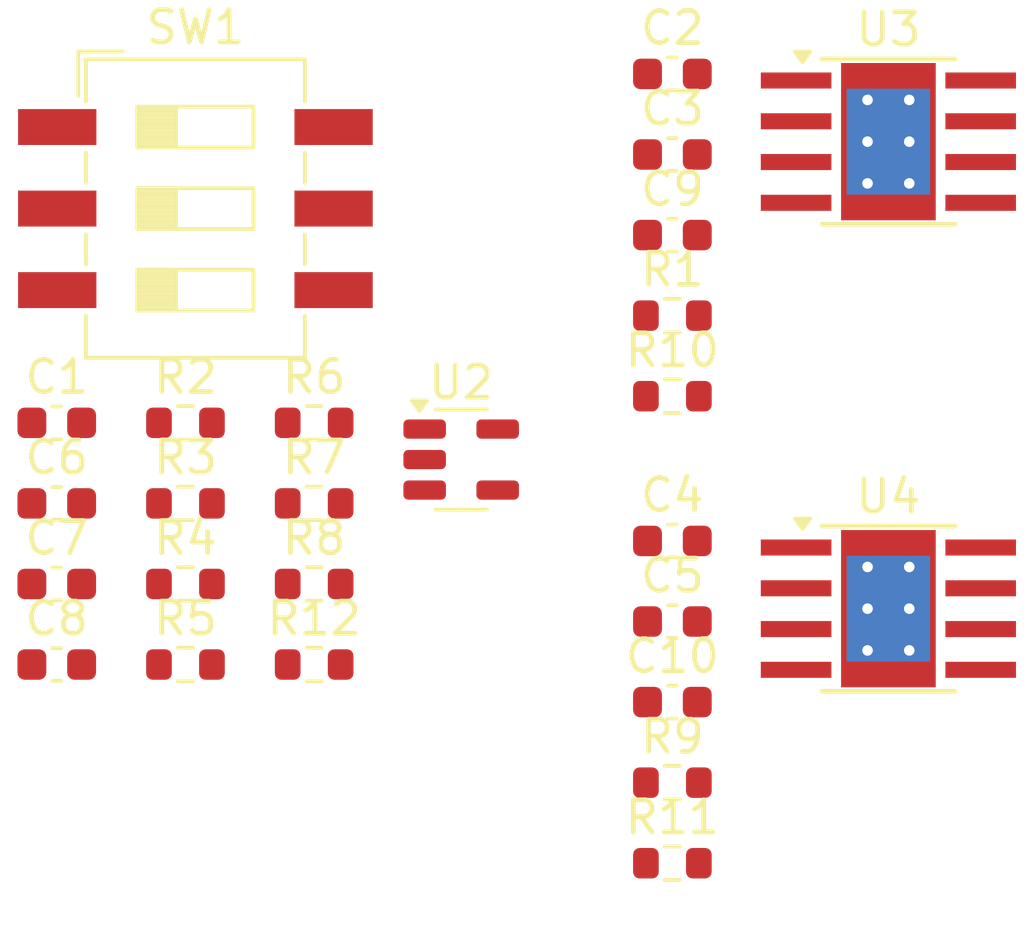
<source format=kicad_pcb>
(kicad_pcb (version 20240108) (generator "pcbnew") (generator_version "8.0")
  (layers (0 "F.Cu" signal) (31 "B.Cu" signal) (34 "B.Paste" user) (35 "F.Paste" user) (36 "B.SilkS" user "B.Silkscreen") (37 "F.SilkS" user "F.Silkscreen") (38 "B.Mask" user) (39 "F.Mask" user) (44 "Edge.Cuts" user))
  (net 0 "")
  (net 1 "Net-(R6-Pad2)")
  (net 2 "3.3V")
  (net 3 "Net-(R7-Pad2)")
  (net 4 "Net-(U1-GPIO12)")
  (net 5 "Net-(D1-A)")
  (net 6 "Net-(Q3-B)")
  (net 7 "/DC_motor_ctrl/Motor_Ctrl_B")
  (net 8 "Net-(Q1-B)")
  (net 9 "Net-(Q4-B)")
  (net 10 "/DC_motor_ctrl1/Motor_Ctrl_B")
  (net 11 "Net-(Q2-B)")
  (net 12 "Net-(U1-GPIO15)")
  (net 13 "Net-(U1-GPIO13)")
  (net 14 "Net-(R4-Pad2)")
  (net 15 "Net-(R5-Pad2)")
  (net 16 "GND")
  (net 19 "VDD")
  (net 20 "/DC_motor_ctrl1/Motor_P")
  (net 21 "/DC_motor_ctrl1/Motor_N")
  (net 23 "Net-(Q4-E)")
  (net 24 "Net-(Q2-E)")
  (net 25 "/DC_motor_ctrl/Motor_P")
  (net 26 "Net-(Q1-E)")
  (net 27 "/DC_motor_ctrl/Motor_N")
  (net 29 "Net-(Q3-E)")
  (net 31 "Net-(J1-Pin_1)")
  (net 32 "Net-(J1-Pin_2)")
  (footprint "Button_Switch_SMD:SW_DIP_SPSTx03_Slide_6.7x9.18mm_W8.61mm_P2.54mm_LowProfile" (layer "F.Cu") (at 137.135 68.99)
    (property "Reference" "SW1" (at 0 -5.65 0) (layer "F.SilkS"))
    (property "Value" "ON/OFF Switch")
    (fp_line (start -3.65 -4.89) (end -3.65 -3.507) (stroke (width 0.12)) (layer "F.SilkS"))
    (fp_line (start -3.65 -4.89) (end -2.267 -4.89) (stroke (width 0.12)) (layer "F.SilkS"))
    (fp_line (start -3.41 -4.65) (end -3.41 -3.34) (stroke (width 0.12)) (layer "F.SilkS"))
    (fp_line (start -3.41 -4.65) (end 3.41 -4.65) (stroke (width 0.12)) (layer "F.SilkS"))
    (fp_line (start -3.41 -1.74) (end -3.41 -0.8) (stroke (width 0.12)) (layer "F.SilkS"))
    (fp_line (start -3.41 0.8) (end -3.41 1.74) (stroke (width 0.12)) (layer "F.SilkS"))
    (fp_line (start -3.41 3.34) (end -3.41 4.65) (stroke (width 0.12)) (layer "F.SilkS"))
    (fp_line (start -3.41 4.65) (end 3.41 4.65) (stroke (width 0.12)) (layer "F.SilkS"))
    (fp_line (start -1.81 -3.175) (end -1.81 -1.905) (stroke (width 0.12)) (layer "F.SilkS"))
    (fp_line (start -1.81 -3.055) (end -0.603333 -3.055) (stroke (width 0.12)) (layer "F.SilkS"))
    (fp_line (start -1.81 -2.935) (end -0.603333 -2.935) (stroke (width 0.12)) (layer "F.SilkS"))
    (fp_line (start -1.81 -2.815) (end -0.603333 -2.815) (stroke (width 0.12)) (layer "F.SilkS"))
    (fp_line (start -1.81 -2.695) (end -0.603333 -2.695) (stroke (width 0.12)) (layer "F.SilkS"))
    (fp_line (start -1.81 -2.575) (end -0.603333 -2.575) (stroke (width 0.12)) (layer "F.SilkS"))
    (fp_line (start -1.81 -2.455) (end -0.603333 -2.455) (stroke (width 0.12)) (layer "F.SilkS"))
    (fp_line (start -1.81 -2.335) (end -0.603333 -2.335) (stroke (width 0.12)) (layer "F.SilkS"))
    (fp_line (start -1.81 -2.215) (end -0.603333 -2.215) (stroke (width 0.12)) (layer "F.SilkS"))
    (fp_line (start -1.81 -2.095) (end -0.603333 -2.095) (stroke (width 0.12)) (layer "F.SilkS"))
    (fp_line (start -1.81 -1.975) (end -0.603333 -1.975) (stroke (width 0.12)) (layer "F.SilkS"))
    (fp_line (start -1.81 -1.905) (end 1.81 -1.905) (stroke (width 0.12)) (layer "F.SilkS"))
    (fp_line (start -1.81 -0.635) (end -1.81 0.635) (stroke (width 0.12)) (layer "F.SilkS"))
    (fp_line (start -1.81 -0.515) (end -0.603333 -0.515) (stroke (width 0.12)) (layer "F.SilkS"))
    (fp_line (start -1.81 -0.395) (end -0.603333 -0.395) (stroke (width 0.12)) (layer "F.SilkS"))
    (fp_line (start -1.81 -0.275) (end -0.603333 -0.275) (stroke (width 0.12)) (layer "F.SilkS"))
    (fp_line (start -1.81 -0.155) (end -0.603333 -0.155) (stroke (width 0.12)) (layer "F.SilkS"))
    (fp_line (start -1.81 -0.035) (end -0.603333 -0.035) (stroke (width 0.12)) (layer "F.SilkS"))
    (fp_line (start -1.81 0.085) (end -0.603333 0.085) (stroke (width 0.12)) (layer "F.SilkS"))
    (fp_line (start -1.81 0.205) (end -0.603333 0.205) (stroke (width 0.12)) (layer "F.SilkS"))
    (fp_line (start -1.81 0.325) (end -0.603333 0.325) (stroke (width 0.12)) (layer "F.SilkS"))
    (fp_line (start -1.81 0.445) (end -0.603333 0.445) (stroke (width 0.12)) (layer "F.SilkS"))
    (fp_line (start -1.81 0.565) (end -0.603333 0.565) (stroke (width 0.12)) (layer "F.SilkS"))
    (fp_line (start -1.81 0.635) (end 1.81 0.635) (stroke (width 0.12)) (layer "F.SilkS"))
    (fp_line (start -1.81 1.905) (end -1.81 3.175) (stroke (width 0.12)) (layer "F.SilkS"))
    (fp_line (start -1.81 2.025) (end -0.603333 2.025) (stroke (width 0.12)) (layer "F.SilkS"))
    (fp_line (start -1.81 2.145) (end -0.603333 2.145) (stroke (width 0.12)) (layer "F.SilkS"))
    (fp_line (start -1.81 2.265) (end -0.603333 2.265) (stroke (width 0.12)) (layer "F.SilkS"))
    (fp_line (start -1.81 2.385) (end -0.603333 2.385) (stroke (width 0.12)) (layer "F.SilkS"))
    (fp_line (start -1.81 2.505) (end -0.603333 2.505) (stroke (width 0.12)) (layer "F.SilkS"))
    (fp_line (start -1.81 2.625) (end -0.603333 2.625) (stroke (width 0.12)) (layer "F.SilkS"))
    (fp_line (start -1.81 2.745) (end -0.603333 2.745) (stroke (width 0.12)) (layer "F.SilkS"))
    (fp_line (start -1.81 2.865) (end -0.603333 2.865) (stroke (width 0.12)) (layer "F.SilkS"))
    (fp_line (start -1.81 2.985) (end -0.603333 2.985) (stroke (width 0.12)) (layer "F.SilkS"))
    (fp_line (start -1.81 3.105) (end -0.603333 3.105) (stroke (width 0.12)) (layer "F.SilkS"))
    (fp_line (start -1.81 3.175) (end 1.81 3.175) (stroke (width 0.12)) (layer "F.SilkS"))
    (fp_line (start -0.603333 -3.175) (end -0.603333 -1.905) (stroke (width 0.12)) (layer "F.SilkS"))
    (fp_line (start -0.603333 -0.635) (end -0.603333 0.635) (stroke (width 0.12)) (layer "F.SilkS"))
    (fp_line (start -0.603333 1.905) (end -0.603333 3.175) (stroke (width 0.12)) (layer "F.SilkS"))
    (fp_line (start 1.81 -3.175) (end -1.81 -3.175) (stroke (width 0.12)) (layer "F.SilkS"))
    (fp_line (start 1.81 -1.905) (end 1.81 -3.175) (stroke (width 0.12)) (layer "F.SilkS"))
    (fp_line (start 1.81 -0.635) (end -1.81 -0.635) (stroke (width 0.12)) (layer "F.SilkS"))
    (fp_line (start 1.81 0.635) (end 1.81 -0.635) (stroke (width 0.12)) (layer "F.SilkS"))
    (fp_line (start 1.81 1.905) (end -1.81 1.905) (stroke (width 0.12)) (layer "F.SilkS"))
    (fp_line (start 1.81 3.175) (end 1.81 1.905) (stroke (width 0.12)) (layer "F.SilkS"))
    (fp_line (start 3.41 -4.65) (end 3.41 -3.34) (stroke (width 0.12)) (layer "F.SilkS"))
    (fp_line (start 3.41 -1.74) (end 3.41 -0.8) (stroke (width 0.12)) (layer "F.SilkS"))
    (fp_line (start 3.41 0.8) (end 3.41 1.74) (stroke (width 0.12)) (layer "F.SilkS"))
    (fp_line (start 3.41 3.34) (end 3.41 4.65) (stroke (width 0.12)) (layer "F.SilkS"))
    (pad "1" smd rect (at -4.305 -2.54) (size 2.44 1.12) (layers "F.Cu" "F.Paste" "F.Mask"))
    (pad "2" smd rect (at -4.305 0) (size 2.44 1.12) (layers "F.Cu" "F.Paste" "F.Mask") (net 31 "Net-(J1-Pin_1)"))
    (pad "3" smd rect (at -4.305 2.54) (size 2.44 1.12) (layers "F.Cu" "F.Paste" "F.Mask") (net 19 "VDD"))
    (pad "4" smd rect (at 4.305 2.54) (size 2.44 1.12) (layers "F.Cu" "F.Paste" "F.Mask") (net 16 "GND"))
    (pad "5" smd rect (at 4.305 0) (size 2.44 1.12) (layers "F.Cu" "F.Paste" "F.Mask") (net 32 "Net-(J1-Pin_2)"))
    (pad "6" smd rect (at 4.305 -2.54) (size 2.44 1.12) (layers "F.Cu" "F.Paste" "F.Mask"))
  )
  (footprint "Capacitor_SMD:C_0603_1608Metric" (layer "F.Cu") (at 132.815 80.685)
    (property "Reference" "C7" (at 0 -1.43 0) (layer "F.SilkS"))
    (property "Value" "10u")
    (fp_line (start -0.14058 -0.51) (end 0.14058 -0.51) (stroke (width 0.12)) (layer "F.SilkS"))
    (fp_line (start -0.14058 0.51) (end 0.14058 0.51) (stroke (width 0.12)) (layer "F.SilkS"))
    (pad "1" smd roundrect (at -0.775 0) (size 0.9 0.95) (layers "F.Cu" "F.Paste" "F.Mask") (net 16 "GND"))
    (pad "2" smd roundrect (at 0.775 0) (size 0.9 0.95) (layers "F.Cu" "F.Paste" "F.Mask") (net 2 "3.3V"))
  )
  (footprint "Resistor_SMD:R_0603_1608Metric" (layer "F.Cu") (at 140.835 78.175)
    (property "Reference" "R7" (at 0 -1.43 0) (layer "F.SilkS"))
    (property "Value" "10k")
    (fp_line (start -0.237258 -0.5225) (end 0.237258 -0.5225) (stroke (width 0.12)) (layer "F.SilkS"))
    (fp_line (start -0.237258 0.5225) (end 0.237258 0.5225) (stroke (width 0.12)) (layer "F.SilkS"))
    (pad "1" smd roundrect (at -0.825 0) (size 0.8 0.95) (layers "F.Cu" "F.Paste" "F.Mask") (net 2 "3.3V"))
    (pad "2" smd roundrect (at 0.825 0) (size 0.8 0.95) (layers "F.Cu" "F.Paste" "F.Mask") (net 3 "Net-(R7-Pad2)"))
  )
  (footprint "Resistor_SMD:R_0603_1608Metric" (layer "F.Cu") (at 136.825 78.175)
    (property "Reference" "R3" (at 0 -1.43 0) (layer "F.SilkS"))
    (property "Value" "10k")
    (fp_line (start -0.237258 -0.5225) (end 0.237258 -0.5225) (stroke (width 0.12)) (layer "F.SilkS"))
    (fp_line (start -0.237258 0.5225) (end 0.237258 0.5225) (stroke (width 0.12)) (layer "F.SilkS"))
    (pad "1" smd roundrect (at -0.825 0) (size 0.8 0.95) (layers "F.Cu" "F.Paste" "F.Mask") (net 2 "3.3V"))
    (pad "2" smd roundrect (at 0.825 0) (size 0.8 0.95) (layers "F.Cu" "F.Paste" "F.Mask") (net 13 "Net-(U1-GPIO13)"))
  )
  (footprint "Resistor_SMD:R_0603_1608Metric" (layer "F.Cu") (at 140.835 83.195)
    (property "Reference" "R12" (at 0 -1.43 0) (layer "F.SilkS"))
    (property "Value" "10k")
    (fp_line (start -0.237258 -0.5225) (end 0.237258 -0.5225) (stroke (width 0.12)) (layer "F.SilkS"))
    (fp_line (start -0.237258 0.5225) (end 0.237258 0.5225) (stroke (width 0.12)) (layer "F.SilkS"))
    (pad "1" smd roundrect (at -0.825 0) (size 0.8 0.95) (layers "F.Cu" "F.Paste" "F.Mask") (net 5 "Net-(D1-A)"))
    (pad "2" smd roundrect (at 0.825 0) (size 0.8 0.95) (layers "F.Cu" "F.Paste" "F.Mask") (net 2 "3.3V"))
  )
  (footprint "Resistor_SMD:R_0603_1608Metric" (layer "F.Cu") (at 136.825 83.195)
    (property "Reference" "R5" (at 0 -1.43 0) (layer "F.SilkS"))
    (property "Value" "10k")
    (fp_line (start -0.237258 -0.5225) (end 0.237258 -0.5225) (stroke (width 0.12)) (layer "F.SilkS"))
    (fp_line (start -0.237258 0.5225) (end 0.237258 0.5225) (stroke (width 0.12)) (layer "F.SilkS"))
    (pad "1" smd roundrect (at -0.825 0) (size 0.8 0.95) (layers "F.Cu" "F.Paste" "F.Mask") (net 2 "3.3V"))
    (pad "2" smd roundrect (at 0.825 0) (size 0.8 0.95) (layers "F.Cu" "F.Paste" "F.Mask") (net 15 "Net-(R5-Pad2)"))
  )
  (footprint "Resistor_SMD:R_0603_1608Metric" (layer "F.Cu") (at 140.835 80.685)
    (property "Reference" "R8" (at 0 -1.43 0) (layer "F.SilkS"))
    (property "Value" "10k")
    (fp_line (start -0.237258 -0.5225) (end 0.237258 -0.5225) (stroke (width 0.12)) (layer "F.SilkS"))
    (fp_line (start -0.237258 0.5225) (end 0.237258 0.5225) (stroke (width 0.12)) (layer "F.SilkS"))
    (pad "1" smd roundrect (at -0.825 0) (size 0.8 0.95) (layers "F.Cu" "F.Paste" "F.Mask") (net 2 "3.3V"))
    (pad "2" smd roundrect (at 0.825 0) (size 0.8 0.95) (layers "F.Cu" "F.Paste" "F.Mask") (net 4 "Net-(U1-GPIO12)"))
  )
  (footprint "Resistor_SMD:R_0603_1608Metric" (layer "F.Cu") (at 151.995 86.875)
    (property "Reference" "R9" (at 0 -1.43 0) (layer "F.SilkS"))
    (property "Value" "10k")
    (fp_line (start -0.237258 -0.5225) (end 0.237258 -0.5225) (stroke (width 0.12)) (layer "F.SilkS"))
    (fp_line (start -0.237258 0.5225) (end 0.237258 0.5225) (stroke (width 0.12)) (layer "F.SilkS"))
    (pad "1" smd roundrect (at -0.825 0) (size 0.8 0.95) (layers "F.Cu" "F.Paste" "F.Mask") (net 11 "Net-(Q2-B)"))
    (pad "2" smd roundrect (at 0.825 0) (size 0.8 0.95) (layers "F.Cu" "F.Paste" "F.Mask") (net 10 "/DC_motor_ctrl1/Motor_Ctrl_B"))
  )
  (footprint "Capacitor_SMD:C_0603_1608Metric" (layer "F.Cu") (at 132.815 83.195)
    (property "Reference" "C8" (at 0 -1.43 0) (layer "F.SilkS"))
    (property "Value" "0.1u")
    (fp_line (start -0.14058 -0.51) (end 0.14058 -0.51) (stroke (width 0.12)) (layer "F.SilkS"))
    (fp_line (start -0.14058 0.51) (end 0.14058 0.51) (stroke (width 0.12)) (layer "F.SilkS"))
    (pad "1" smd roundrect (at -0.775 0) (size 0.9 0.95) (layers "F.Cu" "F.Paste" "F.Mask") (net 16 "GND"))
    (pad "2" smd roundrect (at 0.775 0) (size 0.9 0.95) (layers "F.Cu" "F.Paste" "F.Mask") (net 2 "3.3V"))
  )
  (footprint "Package_TO_SOT_SMD:SOT-23-5" (layer "F.Cu") (at 145.415 76.81)
    (property "Reference" "U2" (at 0 -2.4 0) (layer "F.SilkS"))
    (property "Value" "TPS613221ADBV")
    (fp_line (start 0 -1.56) (end -0.8 -1.56) (stroke (width 0.12)) (layer "F.SilkS"))
    (fp_line (start 0 -1.56) (end 0.8 -1.56) (stroke (width 0.12)) (layer "F.SilkS"))
    (fp_line (start 0 1.56) (end -0.8 1.56) (stroke (width 0.12)) (layer "F.SilkS"))
    (fp_line (start 0 1.56) (end 0.8 1.56) (stroke (width 0.12)) (layer "F.SilkS"))
    (fp_poly (pts (xy -1.3 -1.51) (xy -1.54 -1.84) (xy -1.06 -1.84) (xy -1.3 -1.51)) (stroke (width 0.12)) (fill solid) (layer "F.SilkS"))
    (pad "1" smd roundrect (at -1.1375 -0.95) (size 1.325 0.6) (layers "F.Cu" "F.Paste" "F.Mask") (net 19 "VDD"))
    (pad "2" smd roundrect (at -1.1375 0) (size 1.325 0.6) (layers "F.Cu" "F.Paste" "F.Mask") (net 16 "GND"))
    (pad "3" smd roundrect (at -1.1375 0.95) (size 1.325 0.6) (layers "F.Cu" "F.Paste" "F.Mask"))
    (pad "4" smd roundrect (at 1.1375 0.95) (size 1.325 0.6) (layers "F.Cu" "F.Paste" "F.Mask") (net 2 "3.3V"))
    (pad "5" smd roundrect (at 1.1375 -0.95) (size 1.325 0.6) (layers "F.Cu" "F.Paste" "F.Mask"))
  )
  (footprint "Resistor_SMD:R_0603_1608Metric" (layer "F.Cu") (at 136.825 80.685)
    (property "Reference" "R4" (at 0 -1.43 0) (layer "F.SilkS"))
    (property "Value" "10k")
    (fp_line (start -0.237258 -0.5225) (end 0.237258 -0.5225) (stroke (width 0.12)) (layer "F.SilkS"))
    (fp_line (start -0.237258 0.5225) (end 0.237258 0.5225) (stroke (width 0.12)) (layer "F.SilkS"))
    (pad "1" smd roundrect (at -0.825 0) (size 0.8 0.95) (layers "F.Cu" "F.Paste" "F.Mask") (net 2 "3.3V"))
    (pad "2" smd roundrect (at 0.825 0) (size 0.8 0.95) (layers "F.Cu" "F.Paste" "F.Mask") (net 14 "Net-(R4-Pad2)"))
  )
  (footprint "Capacitor_SMD:C_0603_1608Metric" (layer "F.Cu") (at 151.995 69.815)
    (property "Reference" "C9" (at 0 -1.43 0) (layer "F.SilkS"))
    (property "Value" "0.1u")
    (fp_line (start -0.14058 -0.51) (end 0.14058 -0.51) (stroke (width 0.12)) (layer "F.SilkS"))
    (fp_line (start -0.14058 0.51) (end 0.14058 0.51) (stroke (width 0.12)) (layer "F.SilkS"))
    (pad "1" smd roundrect (at -0.775 0) (size 0.9 0.95) (layers "F.Cu" "F.Paste" "F.Mask") (net 27 "/DC_motor_ctrl/Motor_N"))
    (pad "2" smd roundrect (at 0.775 0) (size 0.9 0.95) (layers "F.Cu" "F.Paste" "F.Mask") (net 25 "/DC_motor_ctrl/Motor_P"))
  )
  (footprint "Package_SO:Texas_HTSOP-8-1EP_3.9x4.9mm_P1.27mm_EP2.95x4.9mm_Mask2.4x3.1mm_ThermalVias" (layer "F.Cu") (at 158.725 81.455)
    (property "Reference" "U4" (at 0 -3.5 0) (layer "F.SilkS"))
    (property "Value" "TC117HS")
    (fp_line (start -2.075 -2.575) (end 2.075 -2.575) (stroke (width 0.15)) (layer "F.SilkS"))
    (fp_line (start -2.075 2.575) (end 2.075 2.575) (stroke (width 0.15)) (layer "F.SilkS"))
    (fp_poly (pts (xy -2.675 -2.475) (xy -2.915 -2.805) (xy -2.435 -2.805) (xy -2.675 -2.475)) (stroke (width 0.12)) (fill solid) (layer "F.SilkS"))
    (pad "1" smd rect (at -2.875 -1.905) (size 2.2 0.5) (layers "F.Cu" "F.Paste" "F.Mask"))
    (pad "2" smd rect (at -2.875 -0.635) (size 2.2 0.5) (layers "F.Cu" "F.Paste" "F.Mask") (net 24 "Net-(Q2-E)"))
    (pad "3" smd rect (at -2.875 0.635) (size 2.2 0.5) (layers "F.Cu" "F.Paste" "F.Mask") (net 23 "Net-(Q4-E)"))
    (pad "4" smd rect (at -2.875 1.905) (size 2.2 0.5) (layers "F.Cu" "F.Paste" "F.Mask") (net 19 "VDD"))
    (pad "5" smd rect (at 2.875 1.905) (size 2.2 0.5) (layers "F.Cu" "F.Paste" "F.Mask") (net 21 "/DC_motor_ctrl1/Motor_N"))
    (pad "6" smd rect (at 2.875 0.635) (size 2.2 0.5) (layers "F.Cu" "F.Paste" "F.Mask") (net 16 "GND"))
    (pad "7" smd rect (at 2.875 -0.635) (size 2.2 0.5) (layers "F.Cu" "F.Paste" "F.Mask") (net 16 "GND"))
    (pad "8" smd rect (at 2.875 -1.905) (size 2.2 0.5) (layers "F.Cu" "F.Paste" "F.Mask") (net 20 "/DC_motor_ctrl1/Motor_P"))
    (pad "9" thru_hole circle (at -0.65 -1.3) (size 0.63 0.63) (drill 0.33) (layers "*.Cu" "*.Mask"))
    (pad "9" thru_hole circle (at -0.65 0) (size 0.63 0.63) (drill 0.33) (layers "*.Cu" "*.Mask"))
    (pad "9" thru_hole circle (at -0.65 1.3) (size 0.63 0.63) (drill 0.33) (layers "*.Cu" "*.Mask"))
    (pad "9" smd rect (at 0 0) (size 2.6 3.3) (layers "B.Cu"))
    (pad "9" smd rect (at 0 0) (size 2.95 4.9) (layers "F.Cu"))
    (pad "9" thru_hole circle (at 0.65 -1.3) (size 0.63 0.63) (drill 0.33) (layers "*.Cu" "*.Mask"))
    (pad "9" thru_hole circle (at 0.65 0) (size 0.63 0.63) (drill 0.33) (layers "*.Cu" "*.Mask"))
    (pad "9" thru_hole circle (at 0.65 1.3) (size 0.63 0.63) (drill 0.33) (layers "*.Cu" "*.Mask"))
  )
  (footprint "Capacitor_SMD:C_0603_1608Metric" (layer "F.Cu") (at 151.995 81.855)
    (property "Reference" "C5" (at 0 -1.43 0) (layer "F.SilkS"))
    (property "Value" "0.1u")
    (fp_line (start -0.14058 -0.51) (end 0.14058 -0.51) (stroke (width 0.12)) (layer "F.SilkS"))
    (fp_line (start -0.14058 0.51) (end 0.14058 0.51) (stroke (width 0.12)) (layer "F.SilkS"))
    (pad "1" smd roundrect (at -0.775 0) (size 0.9 0.95) (layers "F.Cu" "F.Paste" "F.Mask") (net 16 "GND"))
    (pad "2" smd roundrect (at 0.775 0) (size 0.9 0.95) (layers "F.Cu" "F.Paste" "F.Mask") (net 19 "VDD"))
  )
  (footprint "Capacitor_SMD:C_0603_1608Metric" (layer "F.Cu") (at 151.995 67.305)
    (property "Reference" "C3" (at 0 -1.43 0) (layer "F.SilkS"))
    (property "Value" "10u")
    (fp_line (start -0.14058 -0.51) (end 0.14058 -0.51) (stroke (width 0.12)) (layer "F.SilkS"))
    (fp_line (start -0.14058 0.51) (end 0.14058 0.51) (stroke (width 0.12)) (layer "F.SilkS"))
    (pad "1" smd roundrect (at -0.775 0) (size 0.9 0.95) (layers "F.Cu" "F.Paste" "F.Mask") (net 16 "GND"))
    (pad "2" smd roundrect (at 0.775 0) (size 0.9 0.95) (layers "F.Cu" "F.Paste" "F.Mask") (net 19 "VDD"))
  )
  (footprint "Capacitor_SMD:C_0603_1608Metric" (layer "F.Cu") (at 151.995 84.365)
    (property "Reference" "C10" (at 0 -1.43 0) (layer "F.SilkS"))
    (property "Value" "0.1u")
    (fp_line (start -0.14058 -0.51) (end 0.14058 -0.51) (stroke (width 0.12)) (layer "F.SilkS"))
    (fp_line (start -0.14058 0.51) (end 0.14058 0.51) (stroke (width 0.12)) (layer "F.SilkS"))
    (pad "1" smd roundrect (at -0.775 0) (size 0.9 0.95) (layers "F.Cu" "F.Paste" "F.Mask") (net 21 "/DC_motor_ctrl1/Motor_N"))
    (pad "2" smd roundrect (at 0.775 0) (size 0.9 0.95) (layers "F.Cu" "F.Paste" "F.Mask") (net 20 "/DC_motor_ctrl1/Motor_P"))
  )
  (footprint "Capacitor_SMD:C_0603_1608Metric" (layer "F.Cu") (at 132.815 78.175)
    (property "Reference" "C6" (at 0 -1.43 0) (layer "F.SilkS"))
    (property "Value" "10u")
    (fp_line (start -0.14058 -0.51) (end 0.14058 -0.51) (stroke (width 0.12)) (layer "F.SilkS"))
    (fp_line (start -0.14058 0.51) (end 0.14058 0.51) (stroke (width 0.12)) (layer "F.SilkS"))
    (pad "1" smd roundrect (at -0.775 0) (size 0.9 0.95) (layers "F.Cu" "F.Paste" "F.Mask") (net 16 "GND"))
    (pad "2" smd roundrect (at 0.775 0) (size 0.9 0.95) (layers "F.Cu" "F.Paste" "F.Mask") (net 19 "VDD"))
  )
  (footprint "Capacitor_SMD:C_0603_1608Metric" (layer "F.Cu") (at 151.995 64.795)
    (property "Reference" "C2" (at 0 -1.43 0) (layer "F.SilkS"))
    (property "Value" "0.1u")
    (fp_line (start -0.14058 -0.51) (end 0.14058 -0.51) (stroke (width 0.12)) (layer "F.SilkS"))
    (fp_line (start -0.14058 0.51) (end 0.14058 0.51) (stroke (width 0.12)) (layer "F.SilkS"))
    (pad "1" smd roundrect (at -0.775 0) (size 0.9 0.95) (layers "F.Cu" "F.Paste" "F.Mask") (net 16 "GND"))
    (pad "2" smd roundrect (at 0.775 0) (size 0.9 0.95) (layers "F.Cu" "F.Paste" "F.Mask") (net 19 "VDD"))
  )
  (footprint "Resistor_SMD:R_0603_1608Metric" (layer "F.Cu") (at 151.995 89.385)
    (property "Reference" "R11" (at 0 -1.43 0) (layer "F.SilkS"))
    (property "Value" "10k")
    (fp_line (start -0.237258 -0.5225) (end 0.237258 -0.5225) (stroke (width 0.12)) (layer "F.SilkS"))
    (fp_line (start -0.237258 0.5225) (end 0.237258 0.5225) (stroke (width 0.12)) (layer "F.SilkS"))
    (pad "1" smd roundrect (at -0.825 0) (size 0.8 0.95) (layers "F.Cu" "F.Paste" "F.Mask") (net 9 "Net-(Q4-B)"))
    (pad "2" smd roundrect (at 0.825 0) (size 0.8 0.95) (layers "F.Cu" "F.Paste" "F.Mask") (net 10 "/DC_motor_ctrl1/Motor_Ctrl_B"))
  )
  (footprint "Resistor_SMD:R_0603_1608Metric" (layer "F.Cu") (at 151.995 74.835)
    (property "Reference" "R10" (at 0 -1.43 0) (layer "F.SilkS"))
    (property "Value" "10k")
    (fp_line (start -0.237258 -0.5225) (end 0.237258 -0.5225) (stroke (width 0.12)) (layer "F.SilkS"))
    (fp_line (start -0.237258 0.5225) (end 0.237258 0.5225) (stroke (width 0.12)) (layer "F.SilkS"))
    (pad "1" smd roundrect (at -0.825 0) (size 0.8 0.95) (layers "F.Cu" "F.Paste" "F.Mask") (net 6 "Net-(Q3-B)"))
    (pad "2" smd roundrect (at 0.825 0) (size 0.8 0.95) (layers "F.Cu" "F.Paste" "F.Mask") (net 7 "/DC_motor_ctrl/Motor_Ctrl_B"))
  )
  (footprint "Capacitor_SMD:C_0603_1608Metric" (layer "F.Cu") (at 151.995 79.345)
    (property "Reference" "C4" (at 0 -1.43 0) (layer "F.SilkS"))
    (property "Value" "10u")
    (fp_line (start -0.14058 -0.51) (end 0.14058 -0.51) (stroke (width 0.12)) (layer "F.SilkS"))
    (fp_line (start -0.14058 0.51) (end 0.14058 0.51) (stroke (width 0.12)) (layer "F.SilkS"))
    (pad "1" smd roundrect (at -0.775 0) (size 0.9 0.95) (layers "F.Cu" "F.Paste" "F.Mask") (net 16 "GND"))
    (pad "2" smd roundrect (at 0.775 0) (size 0.9 0.95) (layers "F.Cu" "F.Paste" "F.Mask") (net 19 "VDD"))
  )
  (footprint "Capacitor_SMD:C_0603_1608Metric" (layer "F.Cu") (at 132.815 75.665)
    (property "Reference" "C1" (at 0 -1.43 0) (layer "F.SilkS"))
    (property "Value" "0.1u")
    (fp_line (start -0.14058 -0.51) (end 0.14058 -0.51) (stroke (width 0.12)) (layer "F.SilkS"))
    (fp_line (start -0.14058 0.51) (end 0.14058 0.51) (stroke (width 0.12)) (layer "F.SilkS"))
    (pad "1" smd roundrect (at -0.775 0) (size 0.9 0.95) (layers "F.Cu" "F.Paste" "F.Mask") (net 16 "GND"))
    (pad "2" smd roundrect (at 0.775 0) (size 0.9 0.95) (layers "F.Cu" "F.Paste" "F.Mask") (net 19 "VDD"))
  )
  (footprint "Resistor_SMD:R_0603_1608Metric" (layer "F.Cu") (at 140.835 75.665)
    (property "Reference" "R6" (at 0 -1.43 0) (layer "F.SilkS"))
    (property "Value" "10k")
    (fp_line (start -0.237258 -0.5225) (end 0.237258 -0.5225) (stroke (width 0.12)) (layer "F.SilkS"))
    (fp_line (start -0.237258 0.5225) (end 0.237258 0.5225) (stroke (width 0.12)) (layer "F.SilkS"))
    (pad "1" smd roundrect (at -0.825 0) (size 0.8 0.95) (layers "F.Cu" "F.Paste" "F.Mask") (net 2 "3.3V"))
    (pad "2" smd roundrect (at 0.825 0) (size 0.8 0.95) (layers "F.Cu" "F.Paste" "F.Mask") (net 1 "Net-(R6-Pad2)"))
  )
  (footprint "Package_SO:Texas_HTSOP-8-1EP_3.9x4.9mm_P1.27mm_EP2.95x4.9mm_Mask2.4x3.1mm_ThermalVias" (layer "F.Cu") (at 158.725 66.905)
    (property "Reference" "U3" (at 0 -3.5 0) (layer "F.SilkS"))
    (property "Value" "TC117HS")
    (fp_line (start -2.075 -2.575) (end 2.075 -2.575) (stroke (width 0.15)) (layer "F.SilkS"))
    (fp_line (start -2.075 2.575) (end 2.075 2.575) (stroke (width 0.15)) (layer "F.SilkS"))
    (fp_poly (pts (xy -2.675 -2.475) (xy -2.915 -2.805) (xy -2.435 -2.805) (xy -2.675 -2.475)) (stroke (width 0.12)) (fill solid) (layer "F.SilkS"))
    (pad "1" smd rect (at -2.875 -1.905) (size 2.2 0.5) (layers "F.Cu" "F.Paste" "F.Mask"))
    (pad "2" smd rect (at -2.875 -0.635) (size 2.2 0.5) (layers "F.Cu" "F.Paste" "F.Mask") (net 26 "Net-(Q1-E)"))
    (pad "3" smd rect (at -2.875 0.635) (size 2.2 0.5) (layers "F.Cu" "F.Paste" "F.Mask") (net 29 "Net-(Q3-E)"))
    (pad "4" smd rect (at -2.875 1.905) (size 2.2 0.5) (layers "F.Cu" "F.Paste" "F.Mask") (net 19 "VDD"))
    (pad "5" smd rect (at 2.875 1.905) (size 2.2 0.5) (layers "F.Cu" "F.Paste" "F.Mask") (net 27 "/DC_motor_ctrl/Motor_N"))
    (pad "6" smd rect (at 2.875 0.635) (size 2.2 0.5) (layers "F.Cu" "F.Paste" "F.Mask") (net 16 "GND"))
    (pad "7" smd rect (at 2.875 -0.635) (size 2.2 0.5) (layers "F.Cu" "F.Paste" "F.Mask") (net 16 "GND"))
    (pad "8" smd rect (at 2.875 -1.905) (size 2.2 0.5) (layers "F.Cu" "F.Paste" "F.Mask") (net 25 "/DC_motor_ctrl/Motor_P"))
    (pad "9" thru_hole circle (at -0.65 -1.3) (size 0.63 0.63) (drill 0.33) (layers "*.Cu" "*.Mask"))
    (pad "9" thru_hole circle (at -0.65 0) (size 0.63 0.63) (drill 0.33) (layers "*.Cu" "*.Mask"))
    (pad "9" thru_hole circle (at -0.65 1.3) (size 0.63 0.63) (drill 0.33) (layers "*.Cu" "*.Mask"))
    (pad "9" smd rect (at 0 0) (size 2.6 3.3) (layers "B.Cu"))
    (pad "9" smd rect (at 0 0) (size 2.95 4.9) (layers "F.Cu"))
    (pad "9" thru_hole circle (at 0.65 -1.3) (size 0.63 0.63) (drill 0.33) (layers "*.Cu" "*.Mask"))
    (pad "9" thru_hole circle (at 0.65 0) (size 0.63 0.63) (drill 0.33) (layers "*.Cu" "*.Mask"))
    (pad "9" thru_hole circle (at 0.65 1.3) (size 0.63 0.63) (drill 0.33) (layers "*.Cu" "*.Mask"))
  )
  (footprint "Resistor_SMD:R_0603_1608Metric" (layer "F.Cu") (at 136.825 75.665)
    (property "Reference" "R2" (at 0 -1.43 0) (layer "F.SilkS"))
    (property "Value" "10k")
    (fp_line (start -0.237258 -0.5225) (end 0.237258 -0.5225) (stroke (width 0.12)) (layer "F.SilkS"))
    (fp_line (start -0.237258 0.5225) (end 0.237258 0.5225) (stroke (width 0.12)) (layer "F.SilkS"))
    (pad "1" smd roundrect (at -0.825 0) (size 0.8 0.95) (layers "F.Cu" "F.Paste" "F.Mask") (net 2 "3.3V"))
    (pad "2" smd roundrect (at 0.825 0) (size 0.8 0.95) (layers "F.Cu" "F.Paste" "F.Mask") (net 12 "Net-(U1-GPIO15)"))
  )
  (footprint "Resistor_SMD:R_0603_1608Metric" (layer "F.Cu") (at 151.995 72.325)
    (property "Reference" "R1" (at 0 -1.43 0) (layer "F.SilkS"))
    (property "Value" "10k")
    (fp_line (start -0.237258 -0.5225) (end 0.237258 -0.5225) (stroke (width 0.12)) (layer "F.SilkS"))
    (fp_line (start -0.237258 0.5225) (end 0.237258 0.5225) (stroke (width 0.12)) (layer "F.SilkS"))
    (pad "1" smd roundrect (at -0.825 0) (size 0.8 0.95) (layers "F.Cu" "F.Paste" "F.Mask") (net 8 "Net-(Q1-B)"))
    (pad "2" smd roundrect (at 0.825 0) (size 0.8 0.95) (layers "F.Cu" "F.Paste" "F.Mask") (net 7 "/DC_motor_ctrl/Motor_Ctrl_B"))
  )
)
</source>
